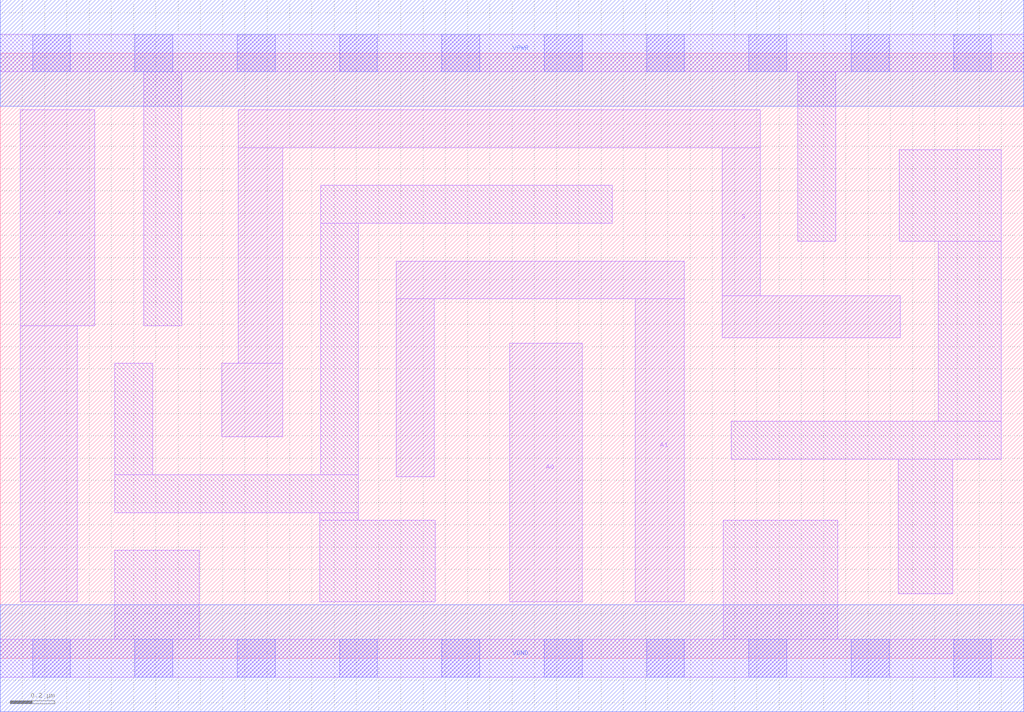
<source format=lef>
# Copyright 2020 The SkyWater PDK Authors
#
# Licensed under the Apache License, Version 2.0 (the "License");
# you may not use this file except in compliance with the License.
# You may obtain a copy of the License at
#
#     https://www.apache.org/licenses/LICENSE-2.0
#
# Unless required by applicable law or agreed to in writing, software
# distributed under the License is distributed on an "AS IS" BASIS,
# WITHOUT WARRANTIES OR CONDITIONS OF ANY KIND, either express or implied.
# See the License for the specific language governing permissions and
# limitations under the License.
#
# SPDX-License-Identifier: Apache-2.0

VERSION 5.7 ;
BUSBITCHARS "[]" ;
DIVIDERCHAR "/" ;
PROPERTYDEFINITIONS
  MACRO maskLayoutSubType STRING ;
  MACRO prCellType STRING ;
  MACRO originalViewName STRING ;
END PROPERTYDEFINITIONS
MACRO sky130_fd_sc_hdll__mux2_1
  ORIGIN  0.000000  0.000000 ;
  CLASS CORE ;
  SYMMETRY X Y R90 ;
  SIZE  4.600000 BY  2.720000 ;
  SITE unithd ;
  PIN A0
    ANTENNAGATEAREA  0.138600 ;
    DIRECTION INPUT ;
    USE SIGNAL ;
    PORT
      LAYER li1 ;
        RECT 2.290000 0.255000 2.615000 1.415000 ;
    END
  END A0
  PIN A1
    ANTENNAGATEAREA  0.138600 ;
    DIRECTION INPUT ;
    USE SIGNAL ;
    PORT
      LAYER li1 ;
        RECT 1.780000 0.815000 1.950000 1.615000 ;
        RECT 1.780000 1.615000 3.075000 1.785000 ;
        RECT 2.855000 0.255000 3.075000 1.615000 ;
    END
  END A1
  PIN S
    ANTENNAGATEAREA  0.277200 ;
    DIRECTION INPUT ;
    USE SIGNAL ;
    PORT
      LAYER li1 ;
        RECT 0.995000 0.995000 1.270000 1.325000 ;
        RECT 1.070000 1.325000 1.270000 2.295000 ;
        RECT 1.070000 2.295000 3.415000 2.465000 ;
        RECT 3.245000 1.440000 4.045000 1.630000 ;
        RECT 3.245000 1.630000 3.415000 2.295000 ;
    END
  END S
  PIN VGND
    DIRECTION INOUT ;
    USE SIGNAL ;
    PORT
      LAYER met1 ;
        RECT 0.000000 -0.240000 4.600000 0.240000 ;
    END
  END VGND
  PIN VPWR
    DIRECTION INOUT ;
    USE SIGNAL ;
    PORT
      LAYER met1 ;
        RECT 0.000000 2.480000 4.600000 2.960000 ;
    END
  END VPWR
  PIN X
    ANTENNADIFFAREA  0.439000 ;
    DIRECTION OUTPUT ;
    USE SIGNAL ;
    PORT
      LAYER li1 ;
        RECT 0.090000 0.255000 0.345000 1.495000 ;
        RECT 0.090000 1.495000 0.425000 2.465000 ;
    END
  END X
  OBS
    LAYER li1 ;
      RECT 0.000000 -0.085000 4.600000 0.085000 ;
      RECT 0.000000  2.635000 4.600000 2.805000 ;
      RECT 0.515000  0.085000 0.895000 0.485000 ;
      RECT 0.515000  0.655000 1.610000 0.825000 ;
      RECT 0.515000  0.825000 0.685000 1.325000 ;
      RECT 0.645000  1.495000 0.815000 2.635000 ;
      RECT 1.435000  0.255000 1.955000 0.620000 ;
      RECT 1.435000  0.620000 1.610000 0.655000 ;
      RECT 1.440000  0.825000 1.610000 1.955000 ;
      RECT 1.440000  1.955000 2.750000 2.125000 ;
      RECT 3.250000  0.085000 3.765000 0.620000 ;
      RECT 3.285000  0.895000 4.500000 1.065000 ;
      RECT 3.585000  1.875000 3.755000 2.635000 ;
      RECT 4.035000  0.290000 4.280000 0.895000 ;
      RECT 4.040000  1.875000 4.500000 2.285000 ;
      RECT 4.215000  1.065000 4.500000 1.875000 ;
    LAYER mcon ;
      RECT 0.145000 -0.085000 0.315000 0.085000 ;
      RECT 0.145000  2.635000 0.315000 2.805000 ;
      RECT 0.605000 -0.085000 0.775000 0.085000 ;
      RECT 0.605000  2.635000 0.775000 2.805000 ;
      RECT 1.065000 -0.085000 1.235000 0.085000 ;
      RECT 1.065000  2.635000 1.235000 2.805000 ;
      RECT 1.525000 -0.085000 1.695000 0.085000 ;
      RECT 1.525000  2.635000 1.695000 2.805000 ;
      RECT 1.985000 -0.085000 2.155000 0.085000 ;
      RECT 1.985000  2.635000 2.155000 2.805000 ;
      RECT 2.445000 -0.085000 2.615000 0.085000 ;
      RECT 2.445000  2.635000 2.615000 2.805000 ;
      RECT 2.905000 -0.085000 3.075000 0.085000 ;
      RECT 2.905000  2.635000 3.075000 2.805000 ;
      RECT 3.365000 -0.085000 3.535000 0.085000 ;
      RECT 3.365000  2.635000 3.535000 2.805000 ;
      RECT 3.825000 -0.085000 3.995000 0.085000 ;
      RECT 3.825000  2.635000 3.995000 2.805000 ;
      RECT 4.285000 -0.085000 4.455000 0.085000 ;
      RECT 4.285000  2.635000 4.455000 2.805000 ;
  END
  PROPERTY maskLayoutSubType "abstract" ;
  PROPERTY prCellType "standard" ;
  PROPERTY originalViewName "layout" ;
END sky130_fd_sc_hdll__mux2_1

</source>
